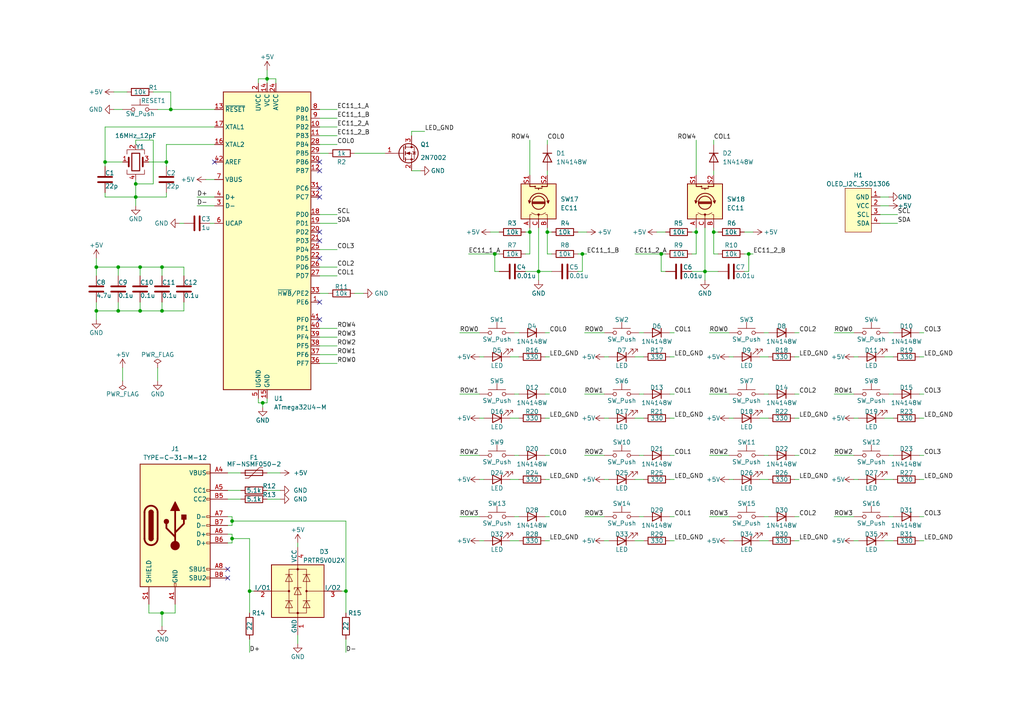
<source format=kicad_sch>
(kicad_sch (version 20220404) (generator eeschema)
  (paper "A4")
  (junction (at 158.75 67.31))
  (junction (at 191.77 73.66))
  (junction (at 34.29 77.47))
  (junction (at 153.67 67.31))
  (junction (at 49.53 31.75))
  (junction (at 67.31 151.13))
  (junction (at 40.64 90.17))
  (junction (at 67.31 156.21))
  (junction (at 156.21 78.74))
  (junction (at 72.39 171.45))
  (junction (at 207.01 67.31))
  (junction (at 27.94 77.47))
  (junction (at 46.99 90.17))
  (junction (at 201.93 67.31))
  (junction (at 204.47 78.74))
  (junction (at 39.37 53.34))
  (junction (at 100.33 171.45))
  (junction (at 34.29 90.17))
  (junction (at 46.99 177.8))
  (junction (at 39.37 57.15))
  (junction (at 168.91 73.66))
  (junction (at 40.64 77.47))
  (junction (at 217.17 73.66))
  (junction (at 143.51 73.66))
  (junction (at 77.47 22.86))
  (junction (at 30.48 46.99))
  (junction (at 27.94 90.17))
  (junction (at 76.2 116.84))
  (junction (at 48.26 46.99))
  (junction (at 46.99 77.47))
  (no_connect (at 66.04 167.64))
  (no_connect (at 66.04 165.1))
  (no_connect (at 92.71 74.93))
  (no_connect (at 92.71 69.85))
  (no_connect (at 92.71 92.71))
  (no_connect (at 92.71 87.63))
  (no_connect (at 92.71 46.99))
  (no_connect (at 92.71 54.61))
  (no_connect (at 92.71 57.15))
  (no_connect (at 92.71 67.31))
  (no_connect (at 62.23 46.99))
  (no_connect (at 92.71 49.53))
  (wire (pts (xy 255.27 57.15) (xy 257.81 57.15)))
  (wire (pts (xy 67.31 151.13) (xy 67.31 152.4)))
  (wire (pts (xy 76.2 116.84) (xy 76.2 118.11)))
  (wire (pts (xy 255.27 59.69) (xy 257.81 59.69)))
  (wire (pts (xy 92.71 80.01) (xy 97.79 80.01)))
  (wire (pts (xy 147.955 121.285) (xy 150.495 121.285)))
  (wire (pts (xy 50.8 177.8) (xy 50.8 175.26)))
  (wire (pts (xy 139.065 121.285) (xy 140.335 121.285)))
  (wire (pts (xy 257.81 96.52) (xy 259.08 96.52)))
  (wire (pts (xy 100.33 171.45) (xy 99.06 171.45)))
  (wire (pts (xy 92.71 31.75) (xy 97.79 31.75)))
  (wire (pts (xy 43.18 177.8) (xy 46.99 177.8)))
  (wire (pts (xy 77.47 142.24) (xy 81.28 142.24)))
  (wire (pts (xy 208.28 67.31) (xy 207.01 67.31)))
  (wire (pts (xy 152.4 78.74) (xy 156.21 78.74)))
  (wire (pts (xy 266.7 96.52) (xy 267.97 96.52)))
  (wire (pts (xy 152.4 67.31) (xy 153.67 67.31)))
  (wire (pts (xy 92.71 44.45) (xy 95.25 44.45)))
  (wire (pts (xy 211.455 121.285) (xy 212.725 121.285)))
  (wire (pts (xy 133.35 114.3) (xy 139.065 114.3)))
  (wire (pts (xy 230.505 96.52) (xy 231.775 96.52)))
  (wire (pts (xy 255.27 62.23) (xy 260.35 62.23)))
  (wire (pts (xy 27.94 87.63) (xy 27.94 90.17)))
  (wire (pts (xy 149.225 132.08) (xy 150.495 132.08)))
  (wire (pts (xy 169.545 96.52) (xy 175.26 96.52)))
  (wire (pts (xy 190.5 67.31) (xy 193.04 67.31)))
  (wire (pts (xy 168.91 78.74) (xy 167.64 78.74)))
  (wire (pts (xy 119.38 49.53) (xy 121.92 49.53)))
  (wire (pts (xy 205.74 132.08) (xy 211.455 132.08)))
  (wire (pts (xy 194.31 121.285) (xy 195.58 121.285)))
  (wire (pts (xy 241.935 96.52) (xy 247.65 96.52)))
  (wire (pts (xy 43.18 175.26) (xy 43.18 177.8)))
  (wire (pts (xy 102.87 44.45) (xy 111.76 44.45)))
  (wire (pts (xy 74.93 22.86) (xy 77.47 22.86)))
  (wire (pts (xy 256.54 103.505) (xy 259.08 103.505)))
  (wire (pts (xy 77.47 137.16) (xy 81.28 137.16)))
  (wire (pts (xy 156.21 66.04) (xy 156.21 78.74)))
  (wire (pts (xy 86.36 184.15) (xy 86.36 186.69)))
  (wire (pts (xy 220.345 103.505) (xy 222.885 103.505)))
  (wire (pts (xy 175.26 156.845) (xy 176.53 156.845)))
  (wire (pts (xy 27.94 77.47) (xy 34.29 77.47)))
  (wire (pts (xy 194.31 114.3) (xy 195.58 114.3)))
  (wire (pts (xy 92.71 97.79) (xy 97.79 97.79)))
  (wire (pts (xy 149.225 114.3) (xy 150.495 114.3)))
  (wire (pts (xy 175.26 139.065) (xy 176.53 139.065)))
  (wire (pts (xy 230.505 114.3) (xy 231.775 114.3)))
  (wire (pts (xy 66.04 149.86) (xy 67.31 149.86)))
  (wire (pts (xy 92.71 62.23) (xy 97.79 62.23)))
  (wire (pts (xy 201.93 73.66) (xy 200.66 73.66)))
  (wire (pts (xy 45.72 31.75) (xy 49.53 31.75)))
  (wire (pts (xy 201.93 40.64) (xy 201.93 50.8)))
  (wire (pts (xy 67.31 149.86) (xy 67.31 151.13)))
  (wire (pts (xy 44.45 26.67) (xy 49.53 26.67)))
  (wire (pts (xy 205.74 96.52) (xy 211.455 96.52)))
  (wire (pts (xy 158.75 40.64) (xy 158.75 41.91)))
  (wire (pts (xy 169.545 149.86) (xy 175.26 149.86)))
  (wire (pts (xy 256.54 156.845) (xy 259.08 156.845)))
  (wire (pts (xy 158.115 139.065) (xy 159.385 139.065)))
  (wire (pts (xy 86.36 157.48) (xy 86.36 158.75)))
  (wire (pts (xy 46.99 181.61) (xy 46.99 177.8)))
  (wire (pts (xy 230.505 132.08) (xy 231.775 132.08)))
  (wire (pts (xy 194.31 132.08) (xy 195.58 132.08)))
  (wire (pts (xy 147.955 103.505) (xy 150.495 103.505)))
  (wire (pts (xy 92.71 39.37) (xy 97.79 39.37)))
  (wire (pts (xy 175.26 103.505) (xy 176.53 103.505)))
  (wire (pts (xy 230.505 149.86) (xy 231.775 149.86)))
  (wire (pts (xy 247.65 139.065) (xy 248.92 139.065)))
  (wire (pts (xy 53.34 77.47) (xy 53.34 80.01)))
  (wire (pts (xy 30.48 46.99) (xy 30.48 48.26)))
  (wire (pts (xy 72.39 185.42) (xy 72.39 189.23)))
  (wire (pts (xy 217.17 73.66) (xy 218.44 73.66)))
  (wire (pts (xy 217.17 78.74) (xy 215.9 78.74)))
  (wire (pts (xy 191.77 78.74) (xy 193.04 78.74)))
  (wire (pts (xy 169.545 132.08) (xy 175.26 132.08)))
  (wire (pts (xy 191.77 73.66) (xy 193.04 73.66)))
  (wire (pts (xy 158.75 49.53) (xy 158.75 50.8)))
  (wire (pts (xy 30.48 36.83) (xy 30.48 46.99)))
  (wire (pts (xy 35.56 106.68) (xy 35.56 110.49)))
  (wire (pts (xy 207.01 40.64) (xy 207.01 41.91)))
  (wire (pts (xy 80.01 22.86) (xy 80.01 24.13)))
  (wire (pts (xy 158.115 132.08) (xy 159.385 132.08)))
  (wire (pts (xy 40.64 77.47) (xy 46.99 77.47)))
  (wire (pts (xy 194.31 96.52) (xy 195.58 96.52)))
  (wire (pts (xy 185.42 132.08) (xy 186.69 132.08)))
  (wire (pts (xy 266.7 149.86) (xy 267.97 149.86)))
  (wire (pts (xy 92.71 41.91) (xy 97.79 41.91)))
  (wire (pts (xy 30.48 46.99) (xy 35.56 46.99)))
  (wire (pts (xy 46.99 177.8) (xy 50.8 177.8)))
  (wire (pts (xy 204.47 78.74) (xy 204.47 81.28)))
  (wire (pts (xy 92.71 100.33) (xy 97.79 100.33)))
  (wire (pts (xy 266.7 103.505) (xy 267.97 103.505)))
  (wire (pts (xy 205.74 149.86) (xy 211.455 149.86)))
  (wire (pts (xy 221.615 149.86) (xy 222.885 149.86)))
  (wire (pts (xy 40.64 87.63) (xy 40.64 90.17)))
  (wire (pts (xy 158.115 156.845) (xy 159.385 156.845)))
  (wire (pts (xy 194.31 156.845) (xy 195.58 156.845)))
  (wire (pts (xy 220.345 139.065) (xy 222.885 139.065)))
  (wire (pts (xy 53.34 90.17) (xy 53.34 87.63)))
  (wire (pts (xy 67.31 157.48) (xy 66.04 157.48)))
  (wire (pts (xy 139.065 139.065) (xy 140.335 139.065)))
  (wire (pts (xy 169.545 114.3) (xy 175.26 114.3)))
  (wire (pts (xy 175.26 121.285) (xy 176.53 121.285)))
  (wire (pts (xy 266.7 114.3) (xy 267.97 114.3)))
  (wire (pts (xy 266.7 139.065) (xy 267.97 139.065)))
  (wire (pts (xy 67.31 156.21) (xy 72.39 156.21)))
  (wire (pts (xy 60.96 64.77) (xy 62.23 64.77)))
  (wire (pts (xy 66.04 144.78) (xy 69.85 144.78)))
  (wire (pts (xy 67.31 152.4) (xy 66.04 152.4)))
  (wire (pts (xy 153.67 67.31) (xy 153.67 66.04)))
  (wire (pts (xy 143.51 73.66) (xy 143.51 78.74)))
  (wire (pts (xy 184.15 139.065) (xy 186.69 139.065)))
  (wire (pts (xy 207.01 49.53) (xy 207.01 50.8)))
  (wire (pts (xy 207.01 67.31) (xy 207.01 66.04)))
  (wire (pts (xy 72.39 171.45) (xy 72.39 177.8)))
  (wire (pts (xy 211.455 156.845) (xy 212.725 156.845)))
  (wire (pts (xy 100.33 171.45) (xy 100.33 177.8)))
  (wire (pts (xy 57.15 57.15) (xy 62.23 57.15)))
  (wire (pts (xy 92.71 72.39) (xy 97.79 72.39)))
  (wire (pts (xy 158.75 73.66) (xy 160.02 73.66)))
  (wire (pts (xy 74.93 24.13) (xy 74.93 22.86)))
  (wire (pts (xy 147.955 139.065) (xy 150.495 139.065)))
  (wire (pts (xy 77.47 22.86) (xy 80.01 22.86)))
  (wire (pts (xy 27.94 90.17) (xy 27.94 92.71)))
  (wire (pts (xy 33.02 26.67) (xy 36.83 26.67)))
  (wire (pts (xy 39.37 40.64) (xy 44.45 40.64)))
  (wire (pts (xy 158.115 96.52) (xy 159.385 96.52)))
  (wire (pts (xy 149.225 149.86) (xy 150.495 149.86)))
  (wire (pts (xy 133.35 96.52) (xy 139.065 96.52)))
  (wire (pts (xy 77.47 144.78) (xy 81.28 144.78)))
  (wire (pts (xy 147.955 156.845) (xy 150.495 156.845)))
  (wire (pts (xy 139.065 156.845) (xy 140.335 156.845)))
  (wire (pts (xy 102.87 85.09) (xy 105.41 85.09)))
  (wire (pts (xy 168.91 73.66) (xy 168.91 78.74)))
  (wire (pts (xy 77.47 20.32) (xy 77.47 22.86)))
  (wire (pts (xy 158.75 67.31) (xy 158.75 73.66)))
  (wire (pts (xy 62.23 36.83) (xy 30.48 36.83)))
  (wire (pts (xy 215.9 73.66) (xy 217.17 73.66)))
  (wire (pts (xy 27.94 74.93) (xy 27.94 77.47)))
  (wire (pts (xy 143.51 73.66) (xy 144.78 73.66)))
  (wire (pts (xy 40.64 77.47) (xy 40.64 80.01)))
  (wire (pts (xy 220.345 121.285) (xy 222.885 121.285)))
  (wire (pts (xy 221.615 132.08) (xy 222.885 132.08)))
  (wire (pts (xy 92.71 36.83) (xy 97.79 36.83)))
  (wire (pts (xy 201.93 67.31) (xy 201.93 73.66)))
  (wire (pts (xy 185.42 149.86) (xy 186.69 149.86)))
  (wire (pts (xy 200.66 78.74) (xy 204.47 78.74)))
  (wire (pts (xy 158.115 114.3) (xy 159.385 114.3)))
  (wire (pts (xy 230.505 103.505) (xy 231.775 103.505)))
  (wire (pts (xy 142.24 67.31) (xy 144.78 67.31)))
  (wire (pts (xy 158.75 67.31) (xy 158.75 66.04)))
  (wire (pts (xy 48.26 41.91) (xy 48.26 46.99)))
  (wire (pts (xy 153.67 73.66) (xy 152.4 73.66)))
  (wire (pts (xy 221.615 114.3) (xy 222.885 114.3)))
  (wire (pts (xy 27.94 77.47) (xy 27.94 80.01)))
  (wire (pts (xy 191.77 73.66) (xy 191.77 78.74)))
  (wire (pts (xy 72.39 171.45) (xy 73.66 171.45)))
  (wire (pts (xy 49.53 26.67) (xy 49.53 31.75)))
  (wire (pts (xy 92.71 102.87) (xy 97.79 102.87)))
  (wire (pts (xy 153.67 67.31) (xy 153.67 73.66)))
  (wire (pts (xy 207.01 67.31) (xy 207.01 73.66)))
  (wire (pts (xy 194.31 139.065) (xy 195.58 139.065)))
  (wire (pts (xy 256.54 121.285) (xy 259.08 121.285)))
  (wire (pts (xy 156.21 78.74) (xy 156.21 81.28)))
  (wire (pts (xy 184.15 121.285) (xy 186.69 121.285)))
  (wire (pts (xy 200.66 67.31) (xy 201.93 67.31)))
  (wire (pts (xy 30.48 55.88) (xy 30.48 57.15)))
  (wire (pts (xy 257.81 114.3) (xy 259.08 114.3)))
  (wire (pts (xy 143.51 78.74) (xy 144.78 78.74)))
  (wire (pts (xy 221.615 96.52) (xy 222.885 96.52)))
  (wire (pts (xy 39.37 53.34) (xy 39.37 52.07)))
  (wire (pts (xy 217.17 73.66) (xy 217.17 78.74)))
  (wire (pts (xy 184.15 156.845) (xy 186.69 156.845)))
  (wire (pts (xy 133.35 149.86) (xy 139.065 149.86)))
  (wire (pts (xy 119.38 39.37) (xy 119.38 38.1)))
  (wire (pts (xy 46.99 87.63) (xy 46.99 90.17)))
  (wire (pts (xy 185.42 96.52) (xy 186.69 96.52)))
  (wire (pts (xy 53.34 64.77) (xy 52.07 64.77)))
  (wire (pts (xy 45.72 106.68) (xy 45.72 110.49)))
  (wire (pts (xy 46.99 90.17) (xy 53.34 90.17)))
  (wire (pts (xy 44.45 40.64) (xy 44.45 53.34)))
  (wire (pts (xy 194.31 103.505) (xy 195.58 103.505)))
  (wire (pts (xy 48.26 57.15) (xy 48.26 55.88)))
  (wire (pts (xy 139.065 103.505) (xy 140.335 103.505)))
  (wire (pts (xy 43.18 46.99) (xy 48.26 46.99)))
  (wire (pts (xy 167.64 73.66) (xy 168.91 73.66)))
  (wire (pts (xy 220.345 156.845) (xy 222.885 156.845)))
  (wire (pts (xy 66.04 154.94) (xy 67.31 154.94)))
  (wire (pts (xy 266.7 156.845) (xy 267.97 156.845)))
  (wire (pts (xy 158.115 149.86) (xy 159.385 149.86)))
  (wire (pts (xy 39.37 41.91) (xy 39.37 40.64)))
  (wire (pts (xy 133.35 132.08) (xy 139.065 132.08)))
  (wire (pts (xy 67.31 156.21) (xy 67.31 157.48)))
  (wire (pts (xy 100.33 151.13) (xy 100.33 171.45)))
  (wire (pts (xy 76.2 116.84) (xy 77.47 116.84)))
  (wire (pts (xy 168.91 73.66) (xy 170.18 73.66)))
  (wire (pts (xy 185.42 114.3) (xy 186.69 114.3)))
  (wire (pts (xy 34.29 90.17) (xy 40.64 90.17)))
  (wire (pts (xy 39.37 57.15) (xy 39.37 59.69)))
  (wire (pts (xy 92.71 77.47) (xy 97.79 77.47)))
  (wire (pts (xy 34.29 77.47) (xy 40.64 77.47)))
  (wire (pts (xy 44.45 53.34) (xy 39.37 53.34)))
  (wire (pts (xy 153.67 40.64) (xy 153.67 50.8)))
  (wire (pts (xy 92.71 95.25) (xy 97.79 95.25)))
  (wire (pts (xy 266.7 132.08) (xy 267.97 132.08)))
  (wire (pts (xy 34.29 87.63) (xy 34.29 90.17)))
  (wire (pts (xy 119.38 38.1) (xy 123.19 38.1)))
  (wire (pts (xy 40.64 90.17) (xy 46.99 90.17)))
  (wire (pts (xy 205.74 114.3) (xy 211.455 114.3)))
  (wire (pts (xy 256.54 139.065) (xy 259.08 139.065)))
  (wire (pts (xy 218.44 67.31) (xy 215.9 67.31)))
  (wire (pts (xy 149.225 96.52) (xy 150.495 96.52)))
  (wire (pts (xy 241.935 149.86) (xy 247.65 149.86)))
  (wire (pts (xy 39.37 53.34) (xy 39.37 57.15)))
  (wire (pts (xy 92.71 34.29) (xy 97.79 34.29)))
  (wire (pts (xy 33.02 31.75) (xy 35.56 31.75)))
  (wire (pts (xy 257.81 149.86) (xy 259.08 149.86)))
  (wire (pts (xy 194.31 149.86) (xy 195.58 149.86)))
  (wire (pts (xy 49.53 31.75) (xy 62.23 31.75)))
  (wire (pts (xy 156.21 78.74) (xy 160.02 78.74)))
  (wire (pts (xy 204.47 78.74) (xy 208.28 78.74)))
  (wire (pts (xy 74.93 115.57) (xy 74.93 116.84)))
  (wire (pts (xy 247.65 103.505) (xy 248.92 103.505)))
  (wire (pts (xy 74.93 116.84) (xy 76.2 116.84)))
  (wire (pts (xy 30.48 57.15) (xy 39.37 57.15)))
  (wire (pts (xy 160.02 67.31) (xy 158.75 67.31)))
  (wire (pts (xy 184.15 103.505) (xy 186.69 103.505)))
  (wire (pts (xy 184.15 73.66) (xy 191.77 73.66)))
  (wire (pts (xy 59.69 52.07) (xy 62.23 52.07)))
  (wire (pts (xy 211.455 103.505) (xy 212.725 103.505)))
  (wire (pts (xy 257.81 132.08) (xy 259.08 132.08)))
  (wire (pts (xy 62.23 41.91) (xy 48.26 41.91)))
  (wire (pts (xy 92.71 105.41) (xy 97.79 105.41)))
  (wire (pts (xy 170.18 67.31) (xy 167.64 67.31)))
  (wire (pts (xy 48.26 46.99) (xy 48.26 48.26)))
  (wire (pts (xy 57.15 59.69) (xy 62.23 59.69)))
  (wire (pts (xy 255.27 64.77) (xy 260.35 64.77)))
  (wire (pts (xy 67.31 154.94) (xy 67.31 156.21)))
  (wire (pts (xy 72.39 156.21) (xy 72.39 171.45)))
  (wire (pts (xy 158.115 121.285) (xy 159.385 121.285)))
  (wire (pts (xy 77.47 115.57) (xy 77.47 116.84)))
  (wire (pts (xy 27.94 90.17) (xy 34.29 90.17)))
  (wire (pts (xy 158.115 103.505) (xy 159.385 103.505)))
  (wire (pts (xy 211.455 139.065) (xy 212.725 139.065)))
  (wire (pts (xy 67.31 151.13) (xy 100.33 151.13)))
  (wire (pts (xy 230.505 121.285) (xy 231.775 121.285)))
  (wire (pts (xy 241.935 132.08) (xy 247.65 132.08)))
  (wire (pts (xy 135.89 73.66) (xy 143.51 73.66)))
  (wire (pts (xy 230.505 139.065) (xy 231.775 139.065)))
  (wire (pts (xy 247.65 121.285) (xy 248.92 121.285)))
  (wire (pts (xy 77.47 22.86) (xy 77.47 24.13)))
  (wire (pts (xy 241.935 114.3) (xy 247.65 114.3)))
  (wire (pts (xy 92.71 64.77) (xy 97.79 64.77)))
  (wire (pts (xy 92.71 85.09) (xy 95.25 85.09)))
  (wire (pts (xy 201.93 67.31) (xy 201.93 66.04)))
  (wire (pts (xy 204.47 66.04) (xy 204.47 78.74)))
  (wire (pts (xy 100.33 185.42) (xy 100.33 189.23)))
  (wire (pts (xy 230.505 156.845) (xy 231.775 156.845)))
  (wire (pts (xy 46.99 77.47) (xy 46.99 80.01)))
  (wire (pts (xy 266.7 121.285) (xy 267.97 121.285)))
  (wire (pts (xy 34.29 77.47) (xy 34.29 80.01)))
  (wire (pts (xy 207.01 73.66) (xy 208.28 73.66)))
  (wire (pts (xy 39.37 57.15) (xy 48.26 57.15)))
  (wire (pts (xy 46.99 77.47) (xy 53.34 77.47)))
  (wire (pts (xy 66.04 142.24) (xy 69.85 142.24)))
  (wire (pts (xy 247.65 156.845) (xy 248.92 156.845)))
  (wire (pts (xy 66.04 137.16) (xy 69.85 137.16)))
  (label "ROW1" (at 169.545 114.3 0))
  (label "EC11_2_B" (at 218.44 73.66 0))
  (label "ROW1" (at 241.935 114.3 0))
  (label "EC11_2_A" (at 184.15 73.66 0))
  (label "LED_GND" (at 267.97 121.285 0))
  (label "COL0" (at 159.385 149.86 0))
  (label "ROW4" (at 201.93 40.64 0))
  (label "COL2" (at 231.775 132.08 0))
  (label "EC11_1_A" (at 135.89 73.66 0))
  (label "LED_GND" (at 231.775 103.505 0))
  (label "COL2" (at 231.775 114.3 0))
  (label "COL3" (at 267.97 132.08 0))
  (label "ROW3" (at 205.74 149.86 0))
  (label "COL0" (at 97.79 41.91 0))
  (label "ROW1" (at 133.35 114.3 0))
  (label "COL3" (at 267.97 149.86 0))
  (label "COL2" (at 231.775 96.52 0))
  (label "D+" (at 72.39 189.23 0))
  (label "ROW4" (at 153.67 40.64 0))
  (label "LED_GND" (at 195.58 121.285 0))
  (label "LED_GND" (at 231.775 139.065 0))
  (label "D-" (at 57.15 59.69 0))
  (label "COL1" (at 195.58 96.52 0))
  (label "SDA" (at 260.35 64.77 0))
  (label "ROW0" (at 133.35 96.52 0))
  (label "LED_GND" (at 195.58 139.065 0))
  (label "ROW4" (at 97.79 95.25 0))
  (label "LED_GND" (at 267.97 139.065 0))
  (label "SDA" (at 97.79 64.77 0))
  (label "ROW2" (at 205.74 132.08 0))
  (label "ROW0" (at 97.79 105.41 0))
  (label "ROW3" (at 97.79 97.79 0))
  (label "ROW0" (at 241.935 96.52 0))
  (label "ROW2" (at 169.545 132.08 0))
  (label "LED_GND" (at 267.97 103.505 0))
  (label "ROW0" (at 169.545 96.52 0))
  (label "EC11_1_A" (at 97.79 31.75 0))
  (label "COL1" (at 207.01 40.64 0))
  (label "COL2" (at 97.79 77.47 0))
  (label "COL0" (at 159.385 96.52 0))
  (label "EC11_2_B" (at 97.79 39.37 0))
  (label "LED_GND" (at 159.385 103.505 0))
  (label "COL1" (at 195.58 132.08 0))
  (label "LED_GND" (at 195.58 156.845 0))
  (label "COL1" (at 195.58 114.3 0))
  (label "ROW2" (at 97.79 100.33 0))
  (label "COL0" (at 158.75 40.64 0))
  (label "D-" (at 100.33 189.23 0))
  (label "COL3" (at 97.79 72.39 0))
  (label "ROW1" (at 97.79 102.87 0))
  (label "EC11_1_B" (at 170.18 73.66 0))
  (label "COL0" (at 159.385 132.08 0))
  (label "ROW0" (at 205.74 96.52 0))
  (label "LED_GND" (at 231.775 121.285 0))
  (label "EC11_1_B" (at 97.79 34.29 0))
  (label "COL1" (at 195.58 149.86 0))
  (label "COL0" (at 159.385 114.3 0))
  (label "COL3" (at 267.97 114.3 0))
  (label "COL3" (at 267.97 96.52 0))
  (label "SCL" (at 97.79 62.23 0))
  (label "D+" (at 57.15 57.15 0))
  (label "LED_GND" (at 123.19 38.1 0))
  (label "COL2" (at 231.775 149.86 0))
  (label "LED_GND" (at 267.97 156.845 0))
  (label "ROW3" (at 133.35 149.86 0))
  (label "SCL" (at 260.35 62.23 0))
  (label "ROW3" (at 241.935 149.86 0))
  (label "LED_GND" (at 159.385 156.845 0))
  (label "LED_GND" (at 159.385 121.285 0))
  (label "LED_GND" (at 159.385 139.065 0))
  (label "LED_GND" (at 195.58 103.505 0))
  (label "ROW1" (at 205.74 114.3 0))
  (label "ROW3" (at 169.545 149.86 0))
  (label "EC11_2_A" (at 97.79 36.83 0))
  (label "COL1" (at 97.79 80.01 0))
  (label "LED_GND" (at 231.775 156.845 0))
  (label "ROW2" (at 241.935 132.08 0))
  (label "ROW2" (at 133.35 132.08 0))
  (symbol (lib_id "power:GND") (at 33.02 31.75 270) (unit 1)
    (default_instance (reference "U") (unit 1) (value "") (footprint ""))
    (property "Reference" "#PWR03" (effects hide))
    (property "Value" "GND" (at 29.845 31.75 90) (effects (justify right)))
  )
  (symbol (lib_id "Device:C") (at 163.83 78.74 270) (unit 1)
    (default_instance (reference "U") (unit 1) (value "") (footprint ""))
    (property "Reference" "C5" (at 165.1 77.47 90) (effects (justify left)))
    (property "Value" "0.01u" (at 165.1 80.01 90) (effects (justify left)))
    (property "Footprint" "Capacitor_SMD:C_0603_1608Metric" (effects hide))
  )
  (symbol (lib_id "Device:R") (at 212.09 67.31 270) (unit 1)
    (default_instance (reference "U") (unit 1) (value "") (footprint ""))
    (property "Reference" "R6" (at 210.82 64.77 90) (effects (justify left)))
    (property "Value" "10k" (at 210.185 67.31 90) (effects (justify left)))
    (property "Footprint" "Resistor_SMD:R_0603_1608Metric" (effects hide))
  )
  (symbol (lib_id "power:+5V") (at 247.65 121.285 90) (unit 1)
    (default_instance (reference "#PWR") (unit 1) (value "+5V") (footprint ""))
    (property "Reference" "#PWR027" (effects hide))
    (property "Value" "+5V" (at 245.11 121.285 90) (effects (justify left)))
  )
  (symbol (lib_id "power:GND") (at 257.81 57.15 90) (unit 1)
    (default_instance (reference "U") (unit 1) (value "") (footprint ""))
    (property "Reference" "#PWR06" (effects hide))
    (property "Value" "GND" (at 260.35 57.15 90) (effects (justify right)))
  )
  (symbol (lib_id "power:GND") (at 156.21 81.28 0) (unit 1)
    (default_instance (reference "U") (unit 1) (value "") (footprint ""))
    (property "Reference" "#PWR014" (effects hide))
    (property "Value" "GND" (at 156.21 85.09 0))
  )
  (symbol (lib_id "Device:R") (at 154.305 121.285 90) (unit 1)
    (default_instance (reference "R") (unit 1) (value "R") (footprint ""))
    (property "Reference" "R20" (at 154.305 119.38 90))
    (property "Value" "330" (at 154.305 121.285 90))
    (property "Footprint" "Resistor_SMD:R_0603_1608Metric" (effects hide))
  )
  (symbol (lib_id "Diode:1N4148W") (at 190.5 132.08 180) (unit 1)
    (default_instance (reference "D") (unit 1) (value "1N4148W") (footprint "Diode_SMD:D_SOD-123"))
    (property "Reference" "D21" (at 190.5 130.175 0))
    (property "Value" "1N4148W" (at 190.5 134.62 0))
    (property "Footprint" "Diode_SMD:D_SOD-123" (effects hide))
    (property "Datasheet" "https://www.vishay.com/docs/85748/1n4148w.pdf" (effects hide))
  )
  (symbol (lib_id "Switch:SW_Push") (at 252.73 114.3 0) (unit 1)
    (default_instance (reference "SW") (unit 1) (value "SW_Push") (footprint ""))
    (property "Reference" "SW8" (at 252.73 110.49 0))
    (property "Value" "SW_Push" (at 252.73 116.205 0))
    (property "Footprint" "Button_Switch_Keyboard:SW_Cherry_MX_1.00u_PCB" (effects hide))
  )
  (symbol (lib_id "Device:R") (at 226.695 156.845 90) (unit 1)
    (default_instance (reference "R") (unit 1) (value "R") (footprint ""))
    (property "Reference" "R30" (at 226.695 154.94 90))
    (property "Value" "330" (at 226.695 156.845 90))
    (property "Footprint" "Resistor_SMD:R_0603_1608Metric" (effects hide))
  )
  (symbol (lib_id "Device:R") (at 226.695 121.285 90) (unit 1)
    (default_instance (reference "R") (unit 1) (value "R") (footprint ""))
    (property "Reference" "R22" (at 226.695 119.38 90))
    (property "Value" "330" (at 226.695 121.285 90))
    (property "Footprint" "Resistor_SMD:R_0603_1608Metric" (effects hide))
  )
  (symbol (lib_id "power:+5V") (at 86.36 157.48 0) (mirror y) (unit 1)
    (default_instance (reference "U") (unit 1) (value "") (footprint ""))
    (property "Reference" "#PWR039" (effects hide))
    (property "Value" "+5V" (at 86.36 153.67 0))
  )
  (symbol (lib_id "Diode:1N4148W") (at 262.89 114.3 180) (unit 1)
    (default_instance (reference "D") (unit 1) (value "1N4148W") (footprint "Diode_SMD:D_SOD-123"))
    (property "Reference" "D15" (at 262.89 112.395 0))
    (property "Value" "1N4148W" (at 262.89 116.84 0))
    (property "Footprint" "Diode_SMD:D_SOD-123" (effects hide))
    (property "Datasheet" "https://www.vishay.com/docs/85748/1n4148w.pdf" (effects hide))
  )
  (symbol (lib_id "Device:C") (at 148.59 78.74 270) (unit 1)
    (default_instance (reference "U") (unit 1) (value "") (footprint ""))
    (property "Reference" "C4" (at 149.86 77.47 90) (effects (justify left)))
    (property "Value" "0.01u" (at 149.86 80.01 90) (effects (justify left)))
    (property "Footprint" "Capacitor_SMD:C_0603_1608Metric" (effects hide))
  )
  (symbol (lib_id "Switch:SW_Push") (at 180.34 132.08 0) (unit 1)
    (default_instance (reference "SW") (unit 1) (value "SW_Push") (footprint ""))
    (property "Reference" "SW10" (at 180.34 128.27 0))
    (property "Value" "SW_Push" (at 180.34 133.985 0))
    (property "Footprint" "Button_Switch_Keyboard:SW_Cherry_MX_1.00u_PCB" (effects hide))
  )
  (symbol (lib_id "power:GND") (at 204.47 81.28 0) (unit 1)
    (default_instance (reference "U") (unit 1) (value "") (footprint ""))
    (property "Reference" "#PWR015" (effects hide))
    (property "Value" "GND" (at 204.47 85.09 0))
  )
  (symbol (lib_id "Device:R") (at 72.39 181.61 0) (unit 1)
    (default_instance (reference "U") (unit 1) (value "") (footprint ""))
    (property "Reference" "R14" (at 73.025 177.8 0) (effects (justify left)))
    (property "Value" "22" (at 72.39 182.88 90) (effects (justify left)))
    (property "Footprint" "Resistor_SMD:R_0603_1608Metric" (effects hide))
  )
  (symbol (lib_id "power:+5V") (at 190.5 67.31 90) (unit 1)
    (default_instance (reference "U") (unit 1) (value "") (footprint ""))
    (property "Reference" "#PWR012" (effects hide))
    (property "Value" "+5V" (at 185.42 67.31 90))
  )
  (symbol (lib_id "Device:R") (at 99.06 44.45 90) (unit 1)
    (default_instance (reference "U") (unit 1) (value "") (footprint ""))
    (property "Reference" "R2" (at 99.06 46.99 90))
    (property "Value" "1k" (at 99.06 44.45 90))
    (property "Footprint" "Resistor_SMD:R_0603_1608Metric" (effects hide))
  )
  (symbol (lib_id "Device:R") (at 190.5 156.845 90) (unit 1)
    (default_instance (reference "R") (unit 1) (value "R") (footprint ""))
    (property "Reference" "R29" (at 190.5 154.94 90))
    (property "Value" "330" (at 190.5 156.845 90))
    (property "Footprint" "Resistor_SMD:R_0603_1608Metric" (effects hide))
  )
  (symbol (lib_id "Device:R") (at 148.59 67.31 90) (unit 1)
    (default_instance (reference "U") (unit 1) (value "") (footprint ""))
    (property "Reference" "R3" (at 149.86 64.77 90) (effects (justify left)))
    (property "Value" "10k" (at 150.495 67.31 90) (effects (justify left)))
    (property "Footprint" "Resistor_SMD:R_0603_1608Metric" (effects hide))
  )
  (symbol (lib_id "Device:C") (at 46.99 83.82 0) (unit 1)
    (default_instance (reference "U") (unit 1) (value "") (footprint ""))
    (property "Reference" "C11" (at 46.99 81.915 0) (effects (justify left)))
    (property "Value" "0.1u" (at 46.99 85.725 0) (effects (justify left)))
    (property "Footprint" "Capacitor_SMD:C_0603_1608Metric" (effects hide))
  )
  (symbol (lib_id "Device:R") (at 226.695 103.505 90) (unit 1)
    (default_instance (reference "R") (unit 1) (value "R") (footprint ""))
    (property "Reference" "R18" (at 226.695 101.6 90))
    (property "Value" "330" (at 226.695 103.505 90))
    (property "Footprint" "Resistor_SMD:R_0603_1608Metric" (effects hide))
  )
  (symbol (lib_id "Switch:SW_Push") (at 144.145 114.3 0) (unit 1)
    (default_instance (reference "SW") (unit 1) (value "SW_Push") (footprint ""))
    (property "Reference" "SW5" (at 144.145 110.49 0))
    (property "Value" "SW_Push" (at 144.145 116.205 0))
    (property "Footprint" "Button_Switch_Keyboard:SW_Cherry_MX_1.00u_PCB" (effects hide))
  )
  (symbol (lib_id "power:GND") (at 105.41 85.09 90) (unit 1)
    (default_instance (reference "U") (unit 1) (value "") (footprint ""))
    (property "Reference" "#PWR016" (effects hide))
    (property "Value" "GND" (at 108.585 85.09 90) (effects (justify right)))
  )
  (symbol (lib_id "Switch:SW_Push") (at 40.64 31.75 0) (unit 1)
    (default_instance (reference "U") (unit 1) (value "") (footprint ""))
    (property "Reference" "RESET1" (at 44.45 29.21 0))
    (property "Value" "SW_Push" (at 40.64 33.02 0))
    (property "Footprint" "Button_Switch_SMD:SW_SPST_TL3342" (effects hide))
  )
  (symbol (lib_id "Device:R") (at 262.89 139.065 90) (unit 1)
    (default_instance (reference "R") (unit 1) (value "R") (footprint ""))
    (property "Reference" "R27" (at 262.89 137.16 90))
    (property "Value" "330" (at 262.89 139.065 90))
    (property "Footprint" "Resistor_SMD:R_0603_1608Metric" (effects hide))
  )
  (symbol (lib_id "power:+5V") (at 247.65 139.065 90) (unit 1)
    (default_instance (reference "#PWR") (unit 1) (value "+5V") (footprint ""))
    (property "Reference" "#PWR031" (effects hide))
    (property "Value" "+5V" (at 245.11 139.065 90) (effects (justify left)))
  )
  (symbol (lib_id "Diode:1N4148W") (at 190.5 114.3 180) (unit 1)
    (default_instance (reference "D") (unit 1) (value "1N4148W") (footprint "Diode_SMD:D_SOD-123"))
    (property "Reference" "D13" (at 190.5 112.395 0))
    (property "Value" "1N4148W" (at 190.5 116.84 0))
    (property "Footprint" "Diode_SMD:D_SOD-123" (effects hide))
    (property "Datasheet" "https://www.vishay.com/docs/85748/1n4148w.pdf" (effects hide))
  )
  (symbol (lib_id "Device:R") (at 73.66 144.78 90) (unit 1)
    (default_instance (reference "U") (unit 1) (value "") (footprint ""))
    (property "Reference" "R13" (at 78.105 143.51 90))
    (property "Value" "5.1k" (at 73.66 144.78 90))
    (property "Footprint" "Resistor_SMD:R_0603_1608Metric" (effects hide))
  )
  (symbol (lib_id "power:+5V") (at 27.94 74.93 0) (unit 1)
    (default_instance (reference "U") (unit 1) (value "") (footprint ""))
    (property "Reference" "#PWR017" (effects hide))
    (property "Value" "+5V" (at 27.94 71.12 0))
  )
  (symbol (lib_id "Device:R") (at 154.305 139.065 90) (unit 1)
    (default_instance (reference "R") (unit 1) (value "R") (footprint ""))
    (property "Reference" "R24" (at 154.305 137.16 90))
    (property "Value" "330" (at 154.305 139.065 90))
    (property "Footprint" "Resistor_SMD:R_0603_1608Metric" (effects hide))
  )
  (symbol (lib_id "Connector:USB_C_Receptacle_USB2.0") (at 50.8 152.4 0) (unit 1)
    (default_instance (reference "U") (unit 1) (value "") (footprint ""))
    (property "Reference" "J1" (at 50.8 130.175 0))
    (property "Value" "TYPE-C-31-M-12" (at 50.8 132.715 0))
    (property "Footprint" "Connector_USB:USB_C_Receptacle_HRO_TYPE-C-31-M-12" (effects hide))
    (property "Datasheet" "https://www.usb.org/sites/default/files/documents/usb_type-c.zip" (effects hide))
  )
  (symbol (lib_id "power:GND") (at 52.07 64.77 270) (unit 1)
    (default_instance (reference "U") (unit 1) (value "") (footprint ""))
    (property "Reference" "#PWR09" (effects hide))
    (property "Value" "GND" (at 48.895 64.77 90) (effects (justify right)))
  )
  (symbol (lib_id "Switch:SW_Push") (at 180.34 96.52 0) (unit 1)
    (default_instance (reference "SW") (unit 1) (value "SW_Push") (footprint ""))
    (property "Reference" "SW2" (at 180.34 92.71 0))
    (property "Value" "SW_Push" (at 180.34 98.425 0))
    (property "Footprint" "Button_Switch_Keyboard:SW_Cherry_MX_1.00u_PCB" (effects hide))
  )
  (symbol (lib_id "Diode:1N4148W") (at 226.695 132.08 180) (unit 1)
    (default_instance (reference "D") (unit 1) (value "1N4148W") (footprint "Diode_SMD:D_SOD-123"))
    (property "Reference" "D22" (at 226.695 130.175 0))
    (property "Value" "1N4148W" (at 226.695 134.62 0))
    (property "Footprint" "Diode_SMD:D_SOD-123" (effects hide))
    (property "Datasheet" "https://www.vishay.com/docs/85748/1n4148w.pdf" (effects hide))
  )
  (symbol (lib_id "power:GND") (at 81.28 142.24 90) (unit 1)
    (default_instance (reference "U") (unit 1) (value "") (footprint ""))
    (property "Reference" "#PWR033" (effects hide))
    (property "Value" "GND" (at 85.09 142.2399 90) (effects (justify right)))
  )
  (symbol (lib_id "Device:RotaryEncoder_Switch") (at 204.47 58.42 90) (unit 1)
    (default_instance (reference "U") (unit 1) (value "") (footprint ""))
    (property "Reference" "SW18" (at 210.82 57.785 90) (effects (justify right)))
    (property "Value" "EC11" (at 210.82 60.325 90) (effects (justify right)))
    (property "Footprint" "Rotary_Encoder:RotaryEncoder_Alps_EC11E-Switch_Vertical_H20mm" (effects hide))
  )
  (symbol (lib_id "power:GND") (at 86.36 186.69 0) (unit 1)
    (default_instance (reference "U") (unit 1) (value "") (footprint ""))
    (property "Reference" "#PWR041" (effects hide))
    (property "Value" "GND" (at 86.36 190.5 0))
  )
  (symbol (lib_id "Diode:1N4148W") (at 262.89 132.08 180) (unit 1)
    (default_instance (reference "D") (unit 1) (value "1N4148W") (footprint "Diode_SMD:D_SOD-123"))
    (property "Reference" "D23" (at 262.89 130.175 0))
    (property "Value" "1N4148W" (at 262.89 134.62 0))
    (property "Footprint" "Diode_SMD:D_SOD-123" (effects hide))
    (property "Datasheet" "https://www.vishay.com/docs/85748/1n4148w.pdf" (effects hide))
  )
  (symbol (lib_id "Switch:SW_Push") (at 216.535 114.3 0) (unit 1)
    (default_instance (reference "SW") (unit 1) (value "SW_Push") (footprint ""))
    (property "Reference" "SW7" (at 216.535 110.49 0))
    (property "Value" "SW_Push" (at 216.535 116.205 0))
    (property "Footprint" "Button_Switch_Keyboard:SW_Cherry_MX_1.00u_PCB" (effects hide))
  )
  (symbol (lib_id "Device:RotaryEncoder_Switch") (at 156.21 58.42 90) (unit 1)
    (default_instance (reference "U") (unit 1) (value "") (footprint ""))
    (property "Reference" "SW17" (at 162.56 57.785 90) (effects (justify right)))
    (property "Value" "EC11" (at 162.56 60.325 90) (effects (justify right)))
    (property "Footprint" "Rotary_Encoder:RotaryEncoder_Alps_EC11E-Switch_Vertical_H20mm" (effects hide))
  )
  (symbol (lib_id "Switch:SW_Push") (at 252.73 149.86 0) (unit 1)
    (default_instance (reference "SW") (unit 1) (value "SW_Push") (footprint ""))
    (property "Reference" "SW16" (at 252.73 146.05 0))
    (property "Value" "SW_Push" (at 252.73 151.765 0))
    (property "Footprint" "Button_Switch_Keyboard:SW_Cherry_MX_1.00u_PCB" (effects hide))
  )
  (symbol (lib_id "Device:LED") (at 216.535 156.845 180) (unit 1)
    (default_instance (reference "D") (unit 1) (value "LED") (footprint ""))
    (property "Reference" "D34" (at 216.535 154.94 0))
    (property "Value" "LED" (at 216.535 159.385 0))
    (property "Footprint" "LED_THT:LED_Rectangular_W3.0mm_H2.0mm" (effects hide))
  )
  (symbol (lib_id "Device:LED") (at 180.34 103.505 180) (unit 1)
    (default_instance (reference "D") (unit 1) (value "LED") (footprint ""))
    (property "Reference" "D7" (at 180.34 101.6 0))
    (property "Value" "LED" (at 180.34 106.045 0))
    (property "Footprint" "LED_THT:LED_Rectangular_W3.0mm_H2.0mm" (effects hide))
  )
  (symbol (lib_id "Diode:1N4148W") (at 154.305 132.08 180) (unit 1)
    (default_instance (reference "D") (unit 1) (value "1N4148W") (footprint "Diode_SMD:D_SOD-123"))
    (property "Reference" "D20" (at 154.305 130.175 0))
    (property "Value" "1N4148W" (at 154.305 134.62 0))
    (property "Footprint" "Diode_SMD:D_SOD-123" (effects hide))
    (property "Datasheet" "https://www.vishay.com/docs/85748/1n4148w.pdf" (effects hide))
  )
  (symbol (lib_id "Device:R") (at 148.59 73.66 90) (unit 1)
    (default_instance (reference "U") (unit 1) (value "") (footprint ""))
    (property "Reference" "R7" (at 149.86 71.12 90) (effects (justify left)))
    (property "Value" "10k" (at 150.495 73.66 90) (effects (justify left)))
    (property "Footprint" "Resistor_SMD:R_0603_1608Metric" (effects hide))
  )
  (symbol (lib_id "Device:R") (at 196.85 67.31 90) (unit 1)
    (default_instance (reference "U") (unit 1) (value "") (footprint ""))
    (property "Reference" "R5" (at 198.12 64.77 90) (effects (justify left)))
    (property "Value" "10k" (at 198.755 67.31 90) (effects (justify left)))
    (property "Footprint" "Resistor_SMD:R_0603_1608Metric" (effects hide))
  )
  (symbol (lib_id "Device:LED") (at 180.34 121.285 180) (unit 1)
    (default_instance (reference "D") (unit 1) (value "LED") (footprint ""))
    (property "Reference" "D17" (at 180.34 119.38 0))
    (property "Value" "LED" (at 180.34 123.825 0))
    (property "Footprint" "LED_THT:LED_Rectangular_W3.0mm_H2.0mm" (effects hide))
  )
  (symbol (lib_id "Device:R") (at 190.5 139.065 90) (unit 1)
    (default_instance (reference "R") (unit 1) (value "R") (footprint ""))
    (property "Reference" "R25" (at 190.5 137.16 90))
    (property "Value" "330" (at 190.5 139.065 90))
    (property "Footprint" "Resistor_SMD:R_0603_1608Metric" (effects hide))
  )
  (symbol (lib_id "Power_Protection:PRTR5V0U2X") (at 86.36 171.45 0) (unit 1)
    (default_instance (reference "U") (unit 1) (value "") (footprint ""))
    (property "Reference" "D3" (at 93.98 160.02 0))
    (property "Value" "PRTR5V0U2X" (at 93.98 162.56 0))
    (property "Footprint" "Package_TO_SOT_SMD:SOT-143" (effects hide))
    (property "Datasheet" "https://assets.nexperia.com/documents/data-sheet/PRTR5V0U2X.pdf" (effects hide))
  )
  (symbol (lib_id "power:GND") (at 27.94 92.71 0) (unit 1)
    (default_instance (reference "U") (unit 1) (value "") (footprint ""))
    (property "Reference" "#PWR018" (effects hide))
    (property "Value" "GND" (at 27.94 96.52 0))
  )
  (symbol (lib_id "power:+5V") (at 170.18 67.31 270) (unit 1)
    (default_instance (reference "U") (unit 1) (value "") (footprint ""))
    (property "Reference" "#PWR011" (effects hide))
    (property "Value" "+5V" (at 175.26 67.31 90))
  )
  (symbol (lib_id "Switch:SW_Push") (at 216.535 96.52 0) (unit 1)
    (default_instance (reference "SW") (unit 1) (value "SW_Push") (footprint ""))
    (property "Reference" "SW3" (at 216.535 92.71 0))
    (property "Value" "SW_Push" (at 216.535 98.425 0))
    (property "Footprint" "Button_Switch_Keyboard:SW_Cherry_MX_1.00u_PCB" (effects hide))
  )
  (symbol (lib_id "Device:LED") (at 180.34 156.845 180) (unit 1)
    (default_instance (reference "D") (unit 1) (value "LED") (footprint ""))
    (property "Reference" "D33" (at 180.34 154.94 0))
    (property "Value" "LED" (at 180.34 159.385 0))
    (property "Footprint" "LED_THT:LED_Rectangular_W3.0mm_H2.0mm" (effects hide))
  )
  (symbol (lib_id "Device:R") (at 262.89 156.845 90) (unit 1)
    (default_instance (reference "R") (unit 1) (value "R") (footprint ""))
    (property "Reference" "R31" (at 262.89 154.94 90))
    (property "Value" "330" (at 262.89 156.845 90))
    (property "Footprint" "Resistor_SMD:R_0603_1608Metric" (effects hide))
  )
  (symbol (lib_id "power:+5V") (at 139.065 121.285 90) (unit 1)
    (default_instance (reference "#PWR") (unit 1) (value "+5V") (footprint ""))
    (property "Reference" "#PWR024" (effects hide))
    (property "Value" "+5V" (at 136.525 121.285 90) (effects (justify left)))
  )
  (symbol (lib_id "Device:C") (at 196.85 78.74 270) (unit 1)
    (default_instance (reference "U") (unit 1) (value "") (footprint ""))
    (property "Reference" "C6" (at 198.12 77.47 90) (effects (justify left)))
    (property "Value" "0.01u" (at 198.12 80.01 90) (effects (justify left)))
    (property "Footprint" "Capacitor_SMD:C_0603_1608Metric" (effects hide))
  )
  (symbol (lib_id "Device:LED") (at 180.34 139.065 180) (unit 1)
    (default_instance (reference "D") (unit 1) (value "LED") (footprint ""))
    (property "Reference" "D25" (at 180.34 137.16 0))
    (property "Value" "LED" (at 180.34 141.605 0))
    (property "Footprint" "LED_THT:LED_Rectangular_W3.0mm_H2.0mm" (effects hide))
  )
  (symbol (lib_id "Device:C") (at 48.26 52.07 0) (unit 1)
    (default_instance (reference "U") (unit 1) (value "") (footprint ""))
    (property "Reference" "C2" (at 48.26 50.165 0) (effects (justify left)))
    (property "Value" "22p" (at 48.26 53.975 0) (effects (justify left)))
    (property "Footprint" "Capacitor_SMD:C_0603_1608Metric" (effects hide))
  )
  (symbol (lib_id "power:+5V") (at 257.81 59.69 270) (unit 1)
    (default_instance (reference "U") (unit 1) (value "") (footprint ""))
    (property "Reference" "#PWR08" (effects hide))
    (property "Value" "+5V" (at 260.35 59.69 90) (effects (justify left)))
  )
  (symbol (lib_id "power:GND") (at 45.72 110.49 0) (unit 1)
    (default_instance (reference "U") (unit 1) (value "") (footprint ""))
    (property "Reference" "#PWR0101" (effects hide))
    (property "Value" "GND" (at 45.72 114.3 0))
  )
  (symbol (lib_id "Diode:1N4148W") (at 226.695 96.52 180) (unit 1)
    (default_instance (reference "D") (unit 1) (value "1N4148W") (footprint "Diode_SMD:D_SOD-123"))
    (property "Reference" "D8" (at 226.695 94.615 0))
    (property "Value" "1N4148W" (at 226.695 99.06 0))
    (property "Footprint" "Diode_SMD:D_SOD-123" (effects hide))
    (property "Datasheet" "https://www.vishay.com/docs/85748/1n4148w.pdf" (effects hide))
  )
  (symbol (lib_id "Diode:1N4148W") (at 154.305 96.52 180) (unit 1)
    (default_instance (reference "D") (unit 1) (value "1N4148W") (footprint "Diode_SMD:D_SOD-123"))
    (property "Reference" "D4" (at 154.305 94.615 0))
    (property "Value" "1N4148W" (at 154.305 99.06 0))
    (property "Footprint" "Diode_SMD:D_SOD-123" (effects hide))
    (property "Datasheet" "https://www.vishay.com/docs/85748/1n4148w.pdf" (effects hide))
  )
  (symbol (lib_id "Device:C") (at 57.15 64.77 90) (unit 1)
    (default_instance (reference "U") (unit 1) (value "") (footprint ""))
    (property "Reference" "C3" (at 59.69 63.5 90))
    (property "Value" "1u" (at 59.69 66.04 90))
    (property "Footprint" "Capacitor_SMD:C_0603_1608Metric" (effects hide))
  )
  (symbol (lib_id "power:+5V") (at 142.24 67.31 90) (unit 1)
    (default_instance (reference "U") (unit 1) (value "") (footprint ""))
    (property "Reference" "#PWR010" (effects hide))
    (property "Value" "+5V" (at 137.16 67.31 90))
  )
  (symbol (lib_id "Device:C") (at 27.94 83.82 0) (unit 1)
    (default_instance (reference "U") (unit 1) (value "") (footprint ""))
    (property "Reference" "C8" (at 27.94 81.915 0) (effects (justify left)))
    (property "Value" "4.7u" (at 27.94 85.725 0) (effects (justify left)))
    (property "Footprint" "Capacitor_SMD:C_0603_1608Metric" (effects hide))
  )
  (symbol (lib_id "Device:R") (at 40.64 26.67 90) (unit 1)
    (default_instance (reference "U") (unit 1) (value "") (footprint ""))
    (property "Reference" "R1" (at 44.45 25.4 90))
    (property "Value" "10k" (at 40.64 26.67 90))
    (property "Footprint" "Resistor_SMD:R_0603_1608Metric" (effects hide))
  )
  (symbol (lib_id "power:+5V") (at 77.47 20.32 0) (unit 1)
    (default_instance (reference "U") (unit 1) (value "") (footprint ""))
    (property "Reference" "#PWR01" (effects hide))
    (property "Value" "+5V" (at 77.47 16.51 0))
  )
  (symbol (lib_id "Device:R") (at 262.89 121.285 90) (unit 1)
    (default_instance (reference "R") (unit 1) (value "R") (footprint ""))
    (property "Reference" "R23" (at 262.89 119.38 90))
    (property "Value" "330" (at 262.89 121.285 90))
    (property "Footprint" "Resistor_SMD:R_0603_1608Metric" (effects hide))
  )
  (symbol (lib_id "Transistor_FET:2N7002") (at 116.84 44.45 0) (unit 1)
    (default_instance (reference "U") (unit 1) (value "") (footprint ""))
    (property "Reference" "Q1" (at 121.92 41.91 0) (effects (justify left)))
    (property "Value" "2N7002" (at 121.92 45.72 0) (effects (justify left)))
    (property "Footprint" "Package_TO_SOT_SMD:SOT-23" (effects hide))
    (property "Datasheet" "https://www.onsemi.com/pub/Collateral/NDS7002A-D.PDF" (effects hide))
  )
  (symbol (lib_id "Device:LED") (at 252.73 139.065 180) (unit 1)
    (default_instance (reference "D") (unit 1) (value "LED") (footprint ""))
    (property "Reference" "D27" (at 252.73 137.16 0))
    (property "Value" "LED" (at 252.73 141.605 0))
    (property "Footprint" "LED_THT:LED_Rectangular_W3.0mm_H2.0mm" (effects hide))
  )
  (symbol (lib_id "power:+5V") (at 139.065 139.065 90) (unit 1)
    (default_instance (reference "#PWR") (unit 1) (value "+5V") (footprint ""))
    (property "Reference" "#PWR028" (effects hide))
    (property "Value" "+5V" (at 136.525 139.065 90) (effects (justify left)))
  )
  (symbol (lib_id "MCU_Microchip_ATmega:ATmega32U4-M") (at 77.47 69.85 0) (unit 1)
    (default_instance (reference "U") (unit 1) (value "ATmega32U4-M") (footprint "Package_DFN_QFN:QFN-44-1EP_7x7mm_P0.5mm_EP5.2x5.2mm"))
    (property "Reference" "U1" (at 79.4259 115.57 0) (effects (justify left)))
    (property "Value" "ATmega32U4-M" (at 79.4259 118.11 0) (effects (justify left)))
    (property "Footprint" "Package_DFN_QFN:QFN-44-1EP_7x7mm_P0.5mm_EP5.2x5.2mm" (effects hide))
    (property "Datasheet" "http://ww1.microchip.com/downloads/en/DeviceDoc/Atmel-7766-8-bit-AVR-ATmega16U4-32U4_Datasheet.pdf" (effects hide))
  )
  (symbol (lib_id "Device:R") (at 100.33 181.61 0) (unit 1)
    (default_instance (reference "U") (unit 1) (value "") (footprint ""))
    (property "Reference" "R15" (at 100.965 177.8 0) (effects (justify left)))
    (property "Value" "22" (at 100.33 182.88 90) (effects (justify left)))
    (property "Footprint" "Resistor_SMD:R_0603_1608Metric" (effects hide))
  )
  (symbol (lib_id "Switch:SW_Push") (at 180.34 149.86 0) (unit 1)
    (default_instance (reference "SW") (unit 1) (value "SW_Push") (footprint ""))
    (property "Reference" "SW14" (at 180.34 146.05 0))
    (property "Value" "SW_Push" (at 180.34 151.765 0))
    (property "Footprint" "Button_Switch_Keyboard:SW_Cherry_MX_1.00u_PCB" (effects hide))
  )
  (symbol (lib_id "Diode:1N4148W") (at 190.5 96.52 180) (unit 1)
    (default_instance (reference "D") (unit 1) (value "1N4148W") (footprint "Diode_SMD:D_SOD-123"))
    (property "Reference" "D6" (at 190.5 94.615 0))
    (property "Value" "1N4148W" (at 190.5 99.06 0))
    (property "Footprint" "Diode_SMD:D_SOD-123" (effects hide))
    (property "Datasheet" "https://www.vishay.com/docs/85748/1n4148w.pdf" (effects hide))
  )
  (symbol (lib_id "power:GND") (at 39.37 59.69 0) (unit 1)
    (default_instance (reference "U") (unit 1) (value "") (footprint ""))
    (property "Reference" "#PWR07" (effects hide))
    (property "Value" "GND" (at 39.37 63.5 0))
  )
  (symbol (lib_id "Device:LED") (at 252.73 103.505 180) (unit 1)
    (default_instance (reference "D") (unit 1) (value "LED") (footprint ""))
    (property "Reference" "D11" (at 252.73 101.6 0))
    (property "Value" "LED" (at 252.73 106.045 0))
    (property "Footprint" "LED_THT:LED_Rectangular_W3.0mm_H2.0mm" (effects hide))
  )
  (symbol (lib_id "Diode:1N4148W") (at 154.305 149.86 180) (unit 1)
    (default_instance (reference "D") (unit 1) (value "1N4148W") (footprint "Diode_SMD:D_SOD-123"))
    (property "Reference" "D28" (at 154.305 147.955 0))
    (property "Value" "1N4148W" (at 154.305 152.4 0))
    (property "Footprint" "Diode_SMD:D_SOD-123" (effects hide))
    (property "Datasheet" "https://www.vishay.com/docs/85748/1n4148w.pdf" (effects hide))
  )
  (symbol (lib_id "Device:R") (at 73.66 142.24 90) (unit 1)
    (default_instance (reference "U") (unit 1) (value "") (footprint ""))
    (property "Reference" "R12" (at 78.105 140.97 90))
    (property "Value" "5.1k" (at 73.66 142.24 90))
    (property "Footprint" "Resistor_SMD:R_0603_1608Metric" (effects hide))
  )
  (symbol (lib_id "power:GND") (at 76.2 118.11 0) (unit 1)
    (default_instance (reference "U") (unit 1) (value "") (footprint ""))
    (property "Reference" "#PWR023" (effects hide))
    (property "Value" "GND" (at 76.2 121.92 0))
  )
  (symbol (lib_id "Keyboard_Parts:OLED_I2C_SSD1306") (at 248.92 60.96 0) (unit 1)
    (default_instance (reference "U") (unit 1) (value "") (footprint ""))
    (property "Reference" "H1" (at 248.92 50.8 0))
    (property "Value" "OLED_I2C_SSD1306" (at 248.92 53.34 0))
    (property "Footprint" "Keyboard_Parts:OLED_I2C_SSD1306" (effects hide))
  )
  (symbol (lib_id "Diode:1N4148W") (at 207.01 45.72 270) (unit 1)
    (default_instance (reference "U") (unit 1) (value "") (footprint ""))
    (property "Reference" "D2" (at 209.55 44.4499 90) (effects (justify left)))
    (property "Value" "1N4148W" (at 209.55 46.9899 90) (effects (justify left)))
    (property "Footprint" "Diode_SMD:D_SOD-123" (effects hide))
    (property "Datasheet" "https://www.vishay.com/docs/85748/1n4148w.pdf" (effects hide))
  )
  (symbol (lib_id "Device:R") (at 226.695 139.065 90) (unit 1)
    (default_instance (reference "R") (unit 1) (value "R") (footprint ""))
    (property "Reference" "R26" (at 226.695 137.16 90))
    (property "Value" "330" (at 226.695 139.065 90))
    (property "Footprint" "Resistor_SMD:R_0603_1608Metric" (effects hide))
  )
  (symbol (lib_id "Diode:1N4148W") (at 262.89 96.52 180) (unit 1)
    (default_instance (reference "D") (unit 1) (value "1N4148W") (footprint "Diode_SMD:D_SOD-123"))
    (property "Reference" "D10" (at 262.89 94.615 0))
    (property "Value" "1N4148W" (at 262.89 99.06 0))
    (property "Footprint" "Diode_SMD:D_SOD-123" (effects hide))
    (property "Datasheet" "https://www.vishay.com/docs/85748/1n4148w.pdf" (effects hide))
  )
  (symbol (lib_id "power:+5V") (at 33.02 26.67 90) (unit 1)
    (default_instance (reference "U") (unit 1) (value "") (footprint ""))
    (property "Reference" "#PWR02" (effects hide))
    (property "Value" "+5V" (at 29.845 26.67 90) (effects (justify left)))
  )
  (symbol (lib_id "Diode:1N4148W") (at 226.695 149.86 180) (unit 1)
    (default_instance (reference "D") (unit 1) (value "1N4148W") (footprint "Diode_SMD:D_SOD-123"))
    (property "Reference" "D30" (at 226.695 147.955 0))
    (property "Value" "1N4148W" (at 226.695 152.4 0))
    (property "Footprint" "Diode_SMD:D_SOD-123" (effects hide))
    (property "Datasheet" "https://www.vishay.com/docs/85748/1n4148w.pdf" (effects hide))
  )
  (symbol (lib_id "power:+5V") (at 175.26 103.505 90) (unit 1)
    (default_instance (reference "#PWR") (unit 1) (value "+5V") (footprint ""))
    (property "Reference" "#PWR019" (effects hide))
    (property "Value" "+5V" (at 172.72 103.505 90) (effects (justify left)))
  )
  (symbol (lib_id "Device:LED") (at 252.73 121.285 180) (unit 1)
    (default_instance (reference "D") (unit 1) (value "LED") (footprint ""))
    (property "Reference" "D19" (at 252.73 119.38 0))
    (property "Value" "LED" (at 252.73 123.825 0))
    (property "Footprint" "LED_THT:LED_Rectangular_W3.0mm_H2.0mm" (effects hide))
  )
  (symbol (lib_id "Device:R") (at 212.09 73.66 90) (unit 1)
    (default_instance (reference "U") (unit 1) (value "") (footprint ""))
    (property "Reference" "R10" (at 212.09 71.12 90))
    (property "Value" "10k" (at 212.09 73.66 90))
    (property "Footprint" "Resistor_SMD:R_0603_1608Metric" (effects hide))
  )
  (symbol (lib_id "power:+5V") (at 175.26 139.065 90) (unit 1)
    (default_instance (reference "#PWR") (unit 1) (value "+5V") (footprint ""))
    (property "Reference" "#PWR029" (effects hide))
    (property "Value" "+5V" (at 172.72 139.065 90) (effects (justify left)))
  )
  (symbol (lib_id "Device:LED") (at 216.535 121.285 180) (unit 1)
    (default_instance (reference "D") (unit 1) (value "LED") (footprint ""))
    (property "Reference" "D18" (at 216.535 119.38 0))
    (property "Value" "LED" (at 216.535 123.825 0))
    (property "Footprint" "LED_THT:LED_Rectangular_W3.0mm_H2.0mm" (effects hide))
  )
  (symbol (lib_id "power:+5V") (at 211.455 156.845 90) (unit 1)
    (default_instance (reference "#PWR") (unit 1) (value "+5V") (footprint ""))
    (property "Reference" "#PWR037" (effects hide))
    (property "Value" "+5V" (at 208.915 156.845 90) (effects (justify left)))
  )
  (symbol (lib_id "Device:R") (at 154.305 103.505 90) (unit 1)
    (default_instance (reference "R") (unit 1) (value "R") (footprint ""))
    (property "Reference" "R16" (at 154.305 101.6 90))
    (property "Value" "330" (at 154.305 103.505 90))
    (property "Footprint" "Resistor_SMD:R_0603_1608Metric" (effects hide))
  )
  (symbol (lib_id "power:GND") (at 121.92 49.53 90) (unit 1)
    (default_instance (reference "U") (unit 1) (value "") (footprint ""))
    (property "Reference" "#PWR05" (effects hide))
    (property "Value" "GND" (at 127 49.53 90))
  )
  (symbol (lib_id "Switch:SW_Push") (at 216.535 132.08 0) (unit 1)
    (default_instance (reference "SW") (unit 1) (value "SW_Push") (footprint ""))
    (property "Reference" "SW11" (at 216.535 128.27 0))
    (property "Value" "SW_Push" (at 216.535 133.985 0))
    (property "Footprint" "Button_Switch_Keyboard:SW_Cherry_MX_1.00u_PCB" (effects hide))
  )
  (symbol (lib_id "power:+5V") (at 218.44 67.31 270) (unit 1)
    (default_instance (reference "U") (unit 1) (value "") (footprint ""))
    (property "Reference" "#PWR013" (effects hide))
    (property "Value" "+5V" (at 223.52 67.31 90))
  )
  (symbol (lib_id "Device:C") (at 40.64 83.82 0) (unit 1)
    (default_instance (reference "U") (unit 1) (value "") (footprint ""))
    (property "Reference" "C10" (at 40.64 81.915 0) (effects (justify left)))
    (property "Value" "0.1u" (at 40.64 85.725 0) (effects (justify left)))
    (property "Footprint" "Capacitor_SMD:C_0603_1608Metric" (effects hide))
  )
  (symbol (lib_id "Switch:SW_Push") (at 252.73 132.08 0) (unit 1)
    (default_instance (reference "SW") (unit 1) (value "SW_Push") (footprint ""))
    (property "Reference" "SW12" (at 252.73 128.27 0))
    (property "Value" "SW_Push" (at 252.73 133.985 0))
    (property "Footprint" "Button_Switch_Keyboard:SW_Cherry_MX_1.00u_PCB" (effects hide))
  )
  (symbol (lib_id "Device:LED") (at 144.145 103.505 180) (unit 1)
    (default_instance (reference "D") (unit 1) (value "LED") (footprint ""))
    (property "Reference" "D5" (at 144.145 101.6 0))
    (property "Value" "LED" (at 144.145 106.045 0))
    (property "Footprint" "LED_THT:LED_Rectangular_W3.0mm_H2.0mm" (effects hide))
  )
  (symbol (lib_id "Device:C") (at 34.29 83.82 0) (unit 1)
    (default_instance (reference "U") (unit 1) (value "") (footprint ""))
    (property "Reference" "C9" (at 34.29 81.915 0) (effects (justify left)))
    (property "Value" "0.1u" (at 34.29 85.725 0) (effects (justify left)))
    (property "Footprint" "Capacitor_SMD:C_0603_1608Metric" (effects hide))
  )
  (symbol (lib_id "Diode:1N4148W") (at 262.89 149.86 180) (unit 1)
    (default_instance (reference "D") (unit 1) (value "1N4148W") (footprint "Diode_SMD:D_SOD-123"))
    (property "Reference" "D31" (at 262.89 147.955 0))
    (property "Value" "1N4148W" (at 262.89 152.4 0))
    (property "Footprint" "Diode_SMD:D_SOD-123" (effects hide))
    (property "Datasheet" "https://www.vishay.com/docs/85748/1n4148w.pdf" (effects hide))
  )
  (symbol (lib_id "Device:LED") (at 216.535 139.065 180) (unit 1)
    (default_instance (reference "D") (unit 1) (value "LED") (footprint ""))
    (property "Reference" "D26" (at 216.535 137.16 0))
    (property "Value" "LED" (at 216.535 141.605 0))
    (property "Footprint" "LED_THT:LED_Rectangular_W3.0mm_H2.0mm" (effects hide))
  )
  (symbol (lib_id "Device:R") (at 163.83 67.31 270) (unit 1)
    (default_instance (reference "U") (unit 1) (value "") (footprint ""))
    (property "Reference" "R4" (at 162.56 64.77 90) (effects (justify left)))
    (property "Value" "10k" (at 161.925 67.31 90) (effects (justify left)))
    (property "Footprint" "Resistor_SMD:R_0603_1608Metric" (effects hide))
  )
  (symbol (lib_id "Device:R") (at 190.5 103.505 90) (unit 1)
    (default_instance (reference "R") (unit 1) (value "R") (footprint ""))
    (property "Reference" "R17" (at 190.5 101.6 90))
    (property "Value" "330" (at 190.5 103.505 90))
    (property "Footprint" "Resistor_SMD:R_0603_1608Metric" (effects hide))
  )
  (symbol (lib_id "power:+5V") (at 247.65 103.505 90) (unit 1)
    (default_instance (reference "#PWR") (unit 1) (value "+5V") (footprint ""))
    (property "Reference" "#PWR022" (effects hide))
    (property "Value" "+5V" (at 245.11 103.505 90) (effects (justify left)))
  )
  (symbol (lib_id "Device:LED") (at 144.145 139.065 180) (unit 1)
    (default_instance (reference "D") (unit 1) (value "LED") (footprint ""))
    (property "Reference" "D24" (at 144.145 137.16 0))
    (property "Value" "LED" (at 144.145 141.605 0))
    (property "Footprint" "LED_THT:LED_Rectangular_W3.0mm_H2.0mm" (effects hide))
  )
  (symbol (lib_id "Device:C") (at 212.09 78.74 270) (unit 1)
    (default_instance (reference "U") (unit 1) (value "") (footprint ""))
    (property "Reference" "C7" (at 213.36 77.47 90) (effects (justify left)))
    (property "Value" "0.01u" (at 213.36 80.01 90) (effects (justify left)))
    (property "Footprint" "Capacitor_SMD:C_0603_1608Metric" (effects hide))
  )
  (symbol (lib_id "Device:C") (at 53.34 83.82 0) (unit 1)
    (default_instance (reference "U") (unit 1) (value "") (footprint ""))
    (property "Reference" "C12" (at 53.34 81.915 0) (effects (justify left)))
    (property "Value" "0.1u" (at 53.34 85.725 0) (effects (justify left)))
    (property "Footprint" "Capacitor_SMD:C_0603_1608Metric" (effects hide))
  )
  (symbol (lib_id "Device:R") (at 99.06 85.09 90) (unit 1)
    (default_instance (reference "U") (unit 1) (value "") (footprint ""))
    (property "Reference" "R11" (at 99.06 83.185 90))
    (property "Value" "10k" (at 99.06 85.09 90))
    (property "Footprint" "Resistor_SMD:R_0603_1608Metric" (effects hide))
  )
  (symbol (lib_id "power:+5V") (at 211.455 139.065 90) (unit 1)
    (default_instance (reference "#PWR") (unit 1) (value "+5V") (footprint ""))
    (property "Reference" "#PWR030" (effects hide))
    (property "Value" "+5V" (at 208.915 139.065 90) (effects (justify left)))
  )
  (symbol (lib_id "Device:R") (at 190.5 121.285 90) (unit 1)
    (default_instance (reference "R") (unit 1) (value "R") (footprint ""))
    (property "Reference" "R21" (at 190.5 119.38 90))
    (property "Value" "330" (at 190.5 121.285 90))
    (property "Footprint" "Resistor_SMD:R_0603_1608Metric" (effects hide))
  )
  (symbol (lib_id "Device:R") (at 196.85 73.66 90) (unit 1)
    (default_instance (reference "U") (unit 1) (value "") (footprint ""))
    (property "Reference" "R9" (at 198.12 71.12 90) (effects (justify left)))
    (property "Value" "10k" (at 198.755 73.66 90) (effects (justify left)))
    (property "Footprint" "Resistor_SMD:R_0603_1608Metric" (effects hide))
  )
  (symbol (lib_id "Switch:SW_Push") (at 180.34 114.3 0) (unit 1)
    (default_instance (reference "SW") (unit 1) (value "SW_Push") (footprint ""))
    (property "Reference" "SW6" (at 180.34 110.49 0))
    (property "Value" "SW_Push" (at 180.34 116.205 0))
    (property "Footprint" "Button_Switch_Keyboard:SW_Cherry_MX_1.00u_PCB" (effects hide))
  )
  (symbol (lib_id "power:+5V") (at 59.69 52.07 90) (unit 1)
    (default_instance (reference "U") (unit 1) (value "") (footprint ""))
    (property "Reference" "#PWR04" (effects hide))
    (property "Value" "+5V" (at 56.515 52.07 90) (effects (justify left)))
  )
  (symbol (lib_id "Diode:1N4148W") (at 158.75 45.72 270) (unit 1)
    (default_instance (reference "U") (unit 1) (value "") (footprint ""))
    (property "Reference" "D1" (at 161.29 44.4499 90) (effects (justify left)))
    (property "Value" "1N4148W" (at 161.29 46.9899 90) (effects (justify left)))
    (property "Footprint" "Diode_SMD:D_SOD-123" (effects hide))
    (property "Datasheet" "https://www.vishay.com/docs/85748/1n4148w.pdf" (effects hide))
  )
  (symbol (lib_id "power:GND") (at 81.28 144.78 90) (unit 1)
    (default_instance (reference "U") (unit 1) (value "") (footprint ""))
    (property "Reference" "#PWR034" (effects hide))
    (property "Value" "GND" (at 85.09 144.7799 90) (effects (justify right)))
  )
  (symbol (lib_id "power:+5V") (at 175.26 156.845 90) (unit 1)
    (default_instance (reference "#PWR") (unit 1) (value "+5V") (footprint ""))
    (property "Reference" "#PWR036" (effects hide))
    (property "Value" "+5V" (at 172.72 156.845 90) (effects (justify left)))
  )
  (symbol (lib_id "power:+5V") (at 81.28 137.16 270) (unit 1)
    (default_instance (reference "U") (unit 1) (value "") (footprint ""))
    (property "Reference" "#PWR032" (effects hide))
    (property "Value" "+5V" (at 85.09 137.1599 90) (effects (justify left)))
  )
  (symbol (lib_id "Switch:SW_Push") (at 216.535 149.86 0) (unit 1)
    (default_instance (reference "SW") (unit 1) (value "SW_Push") (footprint ""))
    (property "Reference" "SW15" (at 216.535 146.05 0))
    (property "Value" "SW_Push" (at 216.535 151.765 0))
    (property "Footprint" "Button_Switch_Keyboard:SW_Cherry_MX_1.00u_PCB" (effects hide))
  )
  (symbol (lib_id "Device:LED") (at 252.73 156.845 180) (unit 1)
    (default_instance (reference "D") (unit 1) (value "LED") (footprint ""))
    (property "Reference" "D35" (at 252.73 154.94 0))
    (property "Value" "LED" (at 252.73 159.385 0))
    (property "Footprint" "LED_THT:LED_Rectangular_W3.0mm_H2.0mm" (effects hide))
  )
  (symbol (lib_id "power:+5V") (at 139.065 156.845 90) (unit 1)
    (default_instance (reference "#PWR") (unit 1) (value "+5V") (footprint ""))
    (property "Reference" "#PWR035" (effects hide))
    (property "Value" "+5V" (at 136.525 156.845 90) (effects (justify left)))
  )
  (symbol (lib_id "power:+5V") (at 139.065 103.505 90) (unit 1)
    (default_instance (reference "#PWR") (unit 1) (value "+5V") (footprint ""))
    (property "Reference" "#PWR020" (effects hide))
    (property "Value" "+5V" (at 136.525 103.505 90) (effects (justify left)))
  )
  (symbol (lib_id "Switch:SW_Push") (at 144.145 149.86 0) (unit 1)
    (default_instance (reference "SW") (unit 1) (value "SW_Push") (footprint ""))
    (property "Reference" "SW13" (at 144.145 146.05 0))
    (property "Value" "SW_Push" (at 144.145 151.765 0))
    (property "Footprint" "Button_Switch_Keyboard:SW_Cherry_MX_1.00u_PCB" (effects hide))
  )
  (symbol (lib_id "Device:LED") (at 144.145 156.845 180) (unit 1)
    (default_instance (reference "D") (unit 1) (value "LED") (footprint ""))
    (property "Reference" "D32" (at 144.145 154.94 0))
    (property "Value" "LED" (at 144.145 159.385 0))
    (property "Footprint" "LED_THT:LED_Rectangular_W3.0mm_H2.0mm" (effects hide))
  )
  (symbol (lib_id "power:+5V") (at 247.65 156.845 90) (unit 1)
    (default_instance (reference "#PWR") (unit 1) (value "+5V") (footprint ""))
    (property "Reference" "#PWR038" (effects hide))
    (property "Value" "+5V" (at 245.11 156.845 90) (effects (justify left)))
  )
  (symbol (lib_id "Device:R") (at 163.83 73.66 90) (unit 1)
    (default_instance (reference "U") (unit 1) (value "") (footprint ""))
    (property "Reference" "R8" (at 163.83 71.12 90))
    (property "Value" "10k" (at 163.83 73.66 90))
    (property "Footprint" "Resistor_SMD:R_0603_1608Metric" (effects hide))
  )
  (symbol (lib_id "Diode:1N4148W") (at 190.5 149.86 180) (unit 1)
    (default_instance (reference "D") (unit 1) (value "1N4148W") (footprint "Diode_SMD:D_SOD-123"))
    (property "Reference" "D29" (at 190.5 147.955 0))
    (property "Value" "1N4148W" (at 190.5 152.4 0))
    (property "Footprint" "Diode_SMD:D_SOD-123" (effects hide))
    (property "Datasheet" "https://www.vishay.com/docs/85748/1n4148w.pdf" (effects hide))
  )
  (symbol (lib_id "Device:C") (at 30.48 52.07 0) (unit 1)
    (default_instance (reference "U") (unit 1) (value "") (footprint ""))
    (property "Reference" "C1" (at 30.48 50.165 0) (effects (justify left)))
    (property "Value" "22p" (at 30.48 53.975 0) (effects (justify left)))
    (property "Footprint" "Capacitor_SMD:C_0603_1608Metric" (effects hide))
  )
  (symbol (lib_id "power:+5V") (at 211.455 103.505 90) (unit 1)
    (default_instance (reference "#PWR") (unit 1) (value "+5V") (footprint ""))
    (property "Reference" "#PWR021" (effects hide))
    (property "Value" "+5V" (at 208.915 103.505 90) (effects (justify left)))
  )
  (symbol (lib_id "Diode:1N4148W") (at 154.305 114.3 180) (unit 1)
    (default_instance (reference "D") (unit 1) (value "1N4148W") (footprint "Diode_SMD:D_SOD-123"))
    (property "Reference" "D12" (at 154.305 112.395 0))
    (property "Value" "1N4148W" (at 154.305 116.84 0))
    (property "Footprint" "Diode_SMD:D_SOD-123" (effects hide))
    (property "Datasheet" "https://www.vishay.com/docs/85748/1n4148w.pdf" (effects hide))
  )
  (symbol (lib_id "power:+5V") (at 35.56 106.68 0) (unit 1)
    (default_instance (reference "U") (unit 1) (value "") (footprint ""))
    (property "Reference" "#PWR0102" (effects hide))
    (property "Value" "+5V" (at 35.56 102.87 0))
  )
  (symbol (lib_id "Diode:1N4148W") (at 226.695 114.3 180) (unit 1)
    (default_instance (reference "D") (unit 1) (value "1N4148W") (footprint "Diode_SMD:D_SOD-123"))
    (property "Reference" "D14" (at 226.695 112.395 0))
    (property "Value" "1N4148W" (at 226.695 116.84 0))
    (property "Footprint" "Diode_SMD:D_SOD-123" (effects hide))
    (property "Datasheet" "https://www.vishay.com/docs/85748/1n4148w.pdf" (effects hide))
  )
  (symbol (lib_id "Device:LED") (at 216.535 103.505 180) (unit 1)
    (default_instance (reference "D") (unit 1) (value "LED") (footprint ""))
    (property "Reference" "D9" (at 216.535 101.6 0))
    (property "Value" "LED" (at 216.535 106.045 0))
    (property "Footprint" "LED_THT:LED_Rectangular_W3.0mm_H2.0mm" (effects hide))
  )
  (symbol (lib_id "power:GND") (at 46.99 181.61 0) (unit 1)
    (default_instance (reference "U") (unit 1) (value "") (footprint ""))
    (property "Reference" "#PWR040" (effects hide))
    (property "Value" "GND" (at 46.99 185.42 0))
  )
  (symbol (lib_id "power:+5V") (at 211.455 121.285 90) (unit 1)
    (default_instance (reference "#PWR") (unit 1) (value "+5V") (footprint ""))
    (property "Reference" "#PWR026" (effects hide))
    (property "Value" "+5V" (at 208.915 121.285 90) (effects (justify left)))
  )
  (symbol (lib_id "Device:Crystal_GND24") (at 39.37 46.99 0) (unit 1)
    (default_instance (reference "U") (unit 1) (value "") (footprint ""))
    (property "Reference" "Y1" (at 40.64 42.545 0))
    (property "Value" "16MHz_12pF" (at 39.37 39.37 0))
    (property "Footprint" "Crystal:Crystal_SMD_3225-4Pin_3.2x2.5mm" (effects hide))
  )
  (symbol (lib_id "Switch:SW_Push") (at 252.73 96.52 0) (unit 1)
    (default_instance (reference "SW") (unit 1) (value "SW_Push") (footprint ""))
    (property "Reference" "SW4" (at 252.73 92.71 0))
    (property "Value" "SW_Push" (at 252.73 98.425 0))
    (property "Footprint" "Button_Switch_Keyboard:SW_Cherry_MX_1.00u_PCB" (effects hide))
  )
  (symbol (lib_id "power:PWR_FLAG") (at 35.56 110.49 180) (unit 1)
    (default_instance (reference "U") (unit 1) (value "") (footprint ""))
    (property "Reference" "#FLG0102" (effects hide))
    (property "Value" "PWR_FLAG" (at 35.56 114.3 0))
  )
  (symbol (lib_id "Device:R") (at 262.89 103.505 90) (unit 1)
    (default_instance (reference "R") (unit 1) (value "R") (footprint ""))
    (property "Reference" "R19" (at 262.89 101.6 90))
    (property "Value" "330" (at 262.89 103.505 90))
    (property "Footprint" "Resistor_SMD:R_0603_1608Metric" (effects hide))
  )
  (symbol (lib_id "power:+5V") (at 175.26 121.285 90) (unit 1)
    (default_instance (reference "#PWR") (unit 1) (value "+5V") (footprint ""))
    (property "Reference" "#PWR025" (effects hide))
    (property "Value" "+5V" (at 172.72 121.285 90) (effects (justify left)))
  )
  (symbol (lib_id "Switch:SW_Push") (at 144.145 132.08 0) (unit 1)
    (default_instance (reference "SW") (unit 1) (value "SW_Push") (footprint ""))
    (property "Reference" "SW9" (at 144.145 128.27 0))
    (property "Value" "SW_Push" (at 144.145 133.985 0))
    (property "Footprint" "Button_Switch_Keyboard:SW_Cherry_MX_1.00u_PCB" (effects hide))
  )
  (symbol (lib_id "Device:LED") (at 144.145 121.285 180) (unit 1)
    (default_instance (reference "D") (unit 1) (value "LED") (footprint ""))
    (property "Reference" "D16" (at 144.145 119.38 0))
    (property "Value" "LED" (at 144.145 123.825 0))
    (property "Footprint" "LED_THT:LED_Rectangular_W3.0mm_H2.0mm" (effects hide))
  )
  (symbol (lib_id "Device:Polyfuse") (at 73.66 137.16 90) (unit 1)
    (default_instance (reference "U") (unit 1) (value "") (footprint ""))
    (property "Reference" "F1" (at 73.66 132.715 90))
    (property "Value" "MF-NSMF050-2" (at 73.66 134.62 90))
    (property "Footprint" "Fuse:Fuse_1206_3216Metric" (effects hide))
  )
  (symbol (lib_id "Device:R") (at 154.305 156.845 90) (unit 1)
    (default_instance (reference "R") (unit 1) (value "R") (footprint ""))
    (property "Reference" "R28" (at 154.305 154.94 90))
    (property "Value" "330" (at 154.305 156.845 90))
    (property "Footprint" "Resistor_SMD:R_0603_1608Metric" (effects hide))
  )
  (symbol (lib_id "Switch:SW_Push") (at 144.145 96.52 0) (unit 1)
    (default_instance (reference "SW") (unit 1) (value "SW_Push") (footprint ""))
    (property "Reference" "SW1" (at 144.145 92.71 0))
    (property "Value" "SW_Push" (at 144.145 98.425 0))
    (property "Footprint" "Button_Switch_Keyboard:SW_Cherry_MX_1.00u_PCB" (effects hide))
  )
  (symbol (lib_id "power:PWR_FLAG") (at 45.72 106.68 0) (unit 1)
    (default_instance (reference "U") (unit 1) (value "") (footprint ""))
    (property "Reference" "#FLG0101" (effects hide))
    (property "Value" "PWR_FLAG" (at 45.72 102.87 0))
  )
)
</source>
